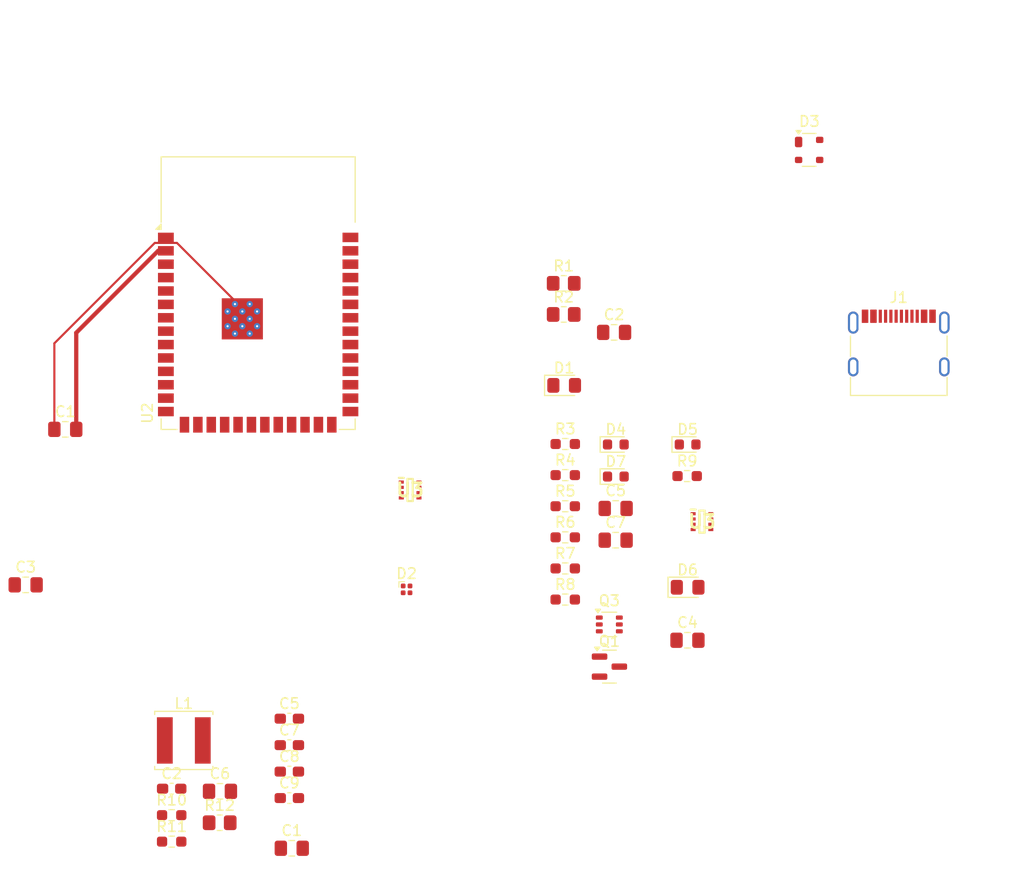
<source format=kicad_pcb>
(kicad_pcb (version 20240108) (generator "pcbnew") (generator_version "8.0")
  (layers (0 "F.Cu" mixed) (31 "B.Cu" mixed) (34 "B.Paste" user) (35 "F.Paste" user) (36 "B.SilkS" user "B.Silkscreen") (37 "F.SilkS" user "F.Silkscreen") (38 "B.Mask" user) (39 "F.Mask" user) (44 "Edge.Cuts" user))
  (net 0 "")
  (net 1 "+3V3")
  (net 2 "GND")
  (net 5 "IO0")
  (net 12 "VBUS")
  (net 13 "D+")
  (net 14 "D-")
  (net 15 "CC1")
  (net 16 "CC2")
  (net 17 "SBU2")
  (net 18 "SBU1")
  (net 22 "Net-(U1-VBUS)")
  (net 23 "IO12")
  (net 24 "IO38")
  (net 25 "IO16")
  (net 26 "IO18")
  (net 27 "IO3")
  (net 28 "IO13")
  (net 29 "IO19")
  (net 30 "IO5")
  (net 31 "IO48")
  (net 32 "IO40")
  (net 33 "IO21")
  (net 34 "IO15")
  (net 35 "IO1")
  (net 36 "IO6")
  (net 37 "IO45")
  (net 38 "IO37")
  (net 39 "IO46")
  (net 40 "IO14")
  (net 41 "IO9")
  (net 42 "IO17")
  (net 43 "IO35")
  (net 44 "TXD0")
  (net 45 "IO36")
  (net 46 "IO39")
  (net 47 "RXD0")
  (net 48 "IO41")
  (net 49 "IO2")
  (net 50 "IO8")
  (net 51 "IO47")
  (net 52 "IO7")
  (net 53 "IO10")
  (net 54 "IO11")
  (net 55 "IO4")
  (net 56 "IO42")
  (net 57 "IO20")
  (net 58 "EN")
  (net 59 "Net-(D4-K)")
  (net 60 "Net-(D5-A)")
  (net 63 "Net-(D7-K)")
  (net 64 "Net-(Q3B-B2)")
  (net 65 "Net-(Q3A-B1)")
  (net 66 "~{RTS}")
  (net 67 "~{DTR}")
  (net 68 "~{RST}")
  (net 69 "Net-(U1-TXD)")
  (net 70 "~{RXT}{slash}GPIO.1")
  (net 71 "~{TXT}{slash}GPIO.0")
  (net 80 "VIN")
  (net 81 "LX1")
  (net 82 "LX2")
  (net 83 "Net-(U3-FB)")
  (net 84 "Net-(U3-EN)")
  (footprint "Package_TO_SOT_SMD:SOT-143" (layer "F.Cu") (at 179.5 66)
    (property "Reference" "D3" (at 0.02 -2.7 0) (layer "F.SilkS"))
    (property "Value" "SP0503BAHT")
    (fp_line (start -0.65 1.56) (end 0.65 1.56) (stroke (width 0.12)) (layer "F.SilkS"))
    (fp_line (start 0.65 -1.56) (end -0.62 -1.56) (stroke (width 0.12)) (layer "F.SilkS"))
    (fp_poly (pts (xy -1 -1.51) (xy -1.24 -1.84) (xy -0.76 -1.84) (xy -1 -1.51)) (stroke (width 0.12)) (fill solid) (layer "F.SilkS"))
    (pad "1" smd roundrect (at -1 -0.75) (size 0.7 1) (layers "F.Cu" "F.Paste" "F.Mask") (net 2 "GND"))
    (pad "2" smd roundrect (at -1 0.95) (size 0.7 0.6) (layers "F.Cu" "F.Paste" "F.Mask") (net 12 "VBUS"))
    (pad "3" smd roundrect (at 1 0.95) (size 0.7 0.6) (layers "F.Cu" "F.Paste" "F.Mask") (net 13 "D+"))
    (pad "4" smd roundrect (at 1 -0.95) (size 0.7 0.6) (layers "F.Cu" "F.Paste" "F.Mask") (net 14 "D-"))
  )
  (footprint "Resistor_SMD:R_0603_1608Metric_Pad0.98x0.95mm_HandSolder" (layer "F.Cu") (at 119.05 131.595)
    (property "Reference" "R11" (at 0 -1.43 0) (layer "F.SilkS"))
    (property "Value" "91k 1%")
    (fp_line (start -0.254724 -0.5225) (end 0.254724 -0.5225) (stroke (width 0.12)) (layer "F.SilkS"))
    (fp_line (start -0.254724 0.5225) (end 0.254724 0.5225) (stroke (width 0.12)) (layer "F.SilkS"))
    (pad "1" smd roundrect (at -0.9125 0) (size 0.975 0.95) (layers "F.Cu" "F.Paste" "F.Mask") (net 83 "Net-(U3-FB)"))
    (pad "2" smd roundrect (at 0.9125 0) (size 0.975 0.95) (layers "F.Cu" "F.Paste" "F.Mask") (net 2 "GND"))
  )
  (footprint "Resistor_SMD:R_0603_1608Metric_Pad0.98x0.95mm_HandSolder" (layer "F.Cu") (at 156.3725 102.74)
    (property "Reference" "R6" (at 0 -1.43 0) (layer "F.SilkS"))
    (property "Value" "470")
    (fp_line (start -0.254724 -0.5225) (end 0.254724 -0.5225) (stroke (width 0.12)) (layer "F.SilkS"))
    (fp_line (start -0.254724 0.5225) (end 0.254724 0.5225) (stroke (width 0.12)) (layer "F.SilkS"))
    (pad "1" smd roundrect (at -0.9125 0) (size 0.975 0.95) (layers "F.Cu" "F.Paste" "F.Mask") (net 69 "Net-(U1-TXD)"))
    (pad "2" smd roundrect (at 0.9125 0) (size 0.975 0.95) (layers "F.Cu" "F.Paste" "F.Mask") (net 47 "RXD0"))
  )
  (footprint "Capacitor_SMD:C_0805_2012Metric_Pad1.18x1.45mm_HandSolder" (layer "F.Cu") (at 108.9625 92.5)
    (property "Reference" "C1" (at 0 -1.68 0) (layer "F.SilkS"))
    (property "Value" "100uF")
    (fp_line (start -0.261252 -0.735) (end 0.261252 -0.735) (stroke (width 0.12)) (layer "F.SilkS"))
    (fp_line (start -0.261252 0.735) (end 0.261252 0.735) (stroke (width 0.12)) (layer "F.SilkS"))
    (pad "1" smd roundrect (at -1.0375 0) (size 1.175 1.45) (layers "F.Cu" "F.Paste" "F.Mask") (roundrect_rratio 0.212766) (net 2 "GND"))
    (pad "2" smd roundrect (at 1.0375 0) (size 1.175 1.45) (layers "F.Cu" "F.Paste" "F.Mask") (roundrect_rratio 0.212766) (net 1 "+3V3"))
  )
  (footprint "Capacitor_SMD:C_0603_1608Metric_Pad1.08x0.95mm_HandSolder" (layer "F.Cu") (at 130.21 124.955)
    (property "Reference" "C8" (at 0 -1.43 0) (layer "F.SilkS"))
    (property "Value" "4.7uF")
    (fp_line (start -0.146267 -0.51) (end 0.146267 -0.51) (stroke (width 0.12)) (layer "F.SilkS"))
    (fp_line (start -0.146267 0.51) (end 0.146267 0.51) (stroke (width 0.12)) (layer "F.SilkS"))
    (pad "1" smd roundrect (at -0.8625 0) (size 1.075 0.95) (layers "F.Cu" "F.Paste" "F.Mask") (net 2 "GND"))
    (pad "2" smd roundrect (at 0.8625 0) (size 1.075 0.95) (layers "F.Cu" "F.Paste" "F.Mask") (net 12 "VBUS"))
  )
  (footprint "Inductor_SMD:L_Sunlord_SWPA5012S" (layer "F.Cu") (at 120.2 122)
    (property "Reference" "L1" (at 0 -3.5 0) (layer "F.SilkS"))
    (property "Value" "L")
    (fp_line (start -2.76 -2.76) (end -2.76 -2.46) (stroke (width 0.12)) (layer "F.SilkS"))
    (fp_line (start -2.76 -2.76) (end 2.76 -2.76) (stroke (width 0.12)) (layer "F.SilkS"))
    (fp_line (start -2.76 2.76) (end -2.76 2.46) (stroke (width 0.12)) (layer "F.SilkS"))
    (fp_line (start -2.76 2.76) (end 2.76 2.76) (stroke (width 0.12)) (layer "F.SilkS"))
    (fp_line (start 2.76 -2.76) (end 2.76 -2.46) (stroke (width 0.12)) (layer "F.SilkS"))
    (fp_line (start 2.76 2.76) (end 2.76 2.46) (stroke (width 0.12)) (layer "F.SilkS"))
    (pad "1" smd rect (at -1.8 0) (size 1.5 4.4) (layers "F.Cu" "F.Paste" "F.Mask") (net 82 "LX2"))
    (pad "2" smd rect (at 1.8 0) (size 1.5 4.4) (layers "F.Cu" "F.Paste" "F.Mask") (net 81 "LX1"))
  )
  (footprint "Capacitor_SMD:C_0805_2012Metric_Pad1.18x1.45mm_HandSolder" (layer "F.Cu") (at 161.1525 103.01)
    (property "Reference" "C7" (at 0 -1.68 0) (layer "F.SilkS"))
    (property "Value" "100nF")
    (fp_line (start -0.261252 -0.735) (end 0.261252 -0.735) (stroke (width 0.12)) (layer "F.SilkS"))
    (fp_line (start -0.261252 0.735) (end 0.261252 0.735) (stroke (width 0.12)) (layer "F.SilkS"))
    (pad "1" smd roundrect (at -1.0375 0) (size 1.175 1.45) (layers "F.Cu" "F.Paste" "F.Mask") (roundrect_rratio 0.212766) (net 2 "GND"))
    (pad "2" smd roundrect (at 1.0375 0) (size 1.175 1.45) (layers "F.Cu" "F.Paste" "F.Mask") (roundrect_rratio 0.212766) (net 1 "+3V3"))
  )
  (footprint "Resistor_SMD:R_0603_1608Metric_Pad0.98x0.95mm_HandSolder" (layer "F.Cu") (at 156.3725 108.64)
    (property "Reference" "R8" (at 0 -1.43 0) (layer "F.SilkS"))
    (property "Value" "1k")
    (fp_line (start -0.254724 -0.5225) (end 0.254724 -0.5225) (stroke (width 0.12)) (layer "F.SilkS"))
    (fp_line (start -0.254724 0.5225) (end 0.254724 0.5225) (stroke (width 0.12)) (layer "F.SilkS"))
    (pad "1" smd roundrect (at -0.9125 0) (size 0.975 0.95) (layers "F.Cu" "F.Paste" "F.Mask") (net 63 "Net-(D7-K)"))
    (pad "2" smd roundrect (at 0.9125 0) (size 0.975 0.95) (layers "F.Cu" "F.Paste" "F.Mask") (net 71 "~{TXT}{slash}GPIO.0"))
  )
  (footprint "Package_TO_SOT_SMD:SOT-23" (layer "F.Cu") (at 160.5625 115)
    (property "Reference" "Q1" (at 0 -2.4 0) (layer "F.SilkS"))
    (property "Value" "MMBT2222A")
    (fp_line (start 0 -1.56) (end -0.65 -1.56) (stroke (width 0.12)) (layer "F.SilkS"))
    (fp_line (start 0 -1.56) (end 0.65 -1.56) (stroke (width 0.12)) (layer "F.SilkS"))
    (fp_line (start 0 1.56) (end -0.65 1.56) (stroke (width 0.12)) (layer "F.SilkS"))
    (fp_line (start 0 1.56) (end 0.65 1.56) (stroke (width 0.12)) (layer "F.SilkS"))
    (fp_poly (pts (xy -1.1625 -1.51) (xy -1.4025 -1.84) (xy -0.9225 -1.84) (xy -1.1625 -1.51)) (stroke (width 0.12)) (fill solid) (layer "F.SilkS"))
    (pad "1" smd roundrect (at -0.9375 -0.95) (size 1.475 0.6) (layers "F.Cu" "F.Paste" "F.Mask"))
    (pad "2" smd roundrect (at -0.9375 0.95) (size 1.475 0.6) (layers "F.Cu" "F.Paste" "F.Mask"))
    (pad "3" smd roundrect (at 0.9375 0) (size 1.475 0.6) (layers "F.Cu" "F.Paste" "F.Mask"))
  )
  (footprint "LED_SMD:LED_Lumex_SML-LX0303SIUPGUSB" (layer "F.Cu") (at 141.325 107.675)
    (property "Reference" "D2" (at 0 -1.5 0) (layer "F.SilkS"))
    (property "Value" "LED_ARGB")
    (fp_line (start -0.725 -0.725) (end -0.725 -0.2) (stroke (width 0.1)) (layer "F.SilkS"))
    (fp_line (start -0.2 -0.725) (end -0.725 -0.725) (stroke (width 0.1)) (layer "F.SilkS"))
    (pad "1" smd roundrect (at -0.325 -0.325) (size 0.45 0.45) (layers "F.Cu" "F.Paste" "F.Mask"))
    (pad "2" smd roundrect (at 0.325 -0.325) (size 0.45 0.45) (layers "F.Cu" "F.Paste" "F.Mask"))
    (pad "3" smd roundrect (at 0.325 0.325) (size 0.45 0.45) (layers "F.Cu" "F.Paste" "F.Mask"))
    (pad "4" smd roundrect (at -0.325 0.325) (size 0.45 0.45) (layers "F.Cu" "F.Paste" "F.Mask"))
  )
  (footprint "Connector_USB:USB_C_Receptacle_G-Switch_GT-USB-7010ASV" (layer "F.Cu") (at 188 85.5)
    (property "Reference" "J1" (at 0 -5.5 0) (layer "F.SilkS"))
    (property "Value" "USB_C_Receptacle_USB2.0_16P")
    (fp_line (start -4.58 -1.85) (end -4.58 0.07) (stroke (width 0.12)) (layer "F.SilkS"))
    (fp_line (start -4.58 3.785) (end -4.58 2.08) (stroke (width 0.12)) (layer "F.SilkS"))
    (fp_line (start 4.58 0.07) (end 4.58 -1.85) (stroke (width 0.12)) (layer "F.SilkS"))
    (fp_line (start 4.58 2.08) (end 4.58 3.785) (stroke (width 0.12)) (layer "F.SilkS"))
    (fp_line (start 4.58 3.785) (end -4.58 3.785) (stroke (width 0.12)) (layer "F.SilkS"))
    (pad "" np_thru_hole circle (at -2.89 -2.605) (size 0.65 0.65) (drill 0.65) (layers "*.Cu" "*.Mask"))
    (pad "" np_thru_hole circle (at 2.89 -2.605) (size 0.65 0.65) (drill 0.65) (layers "*.Cu" "*.Mask"))
    (pad "A1" smd rect (at -3.2 -3.725) (size 0.6 1.24) (layers "F.Cu" "F.Paste" "F.Mask") (net 2 "GND"))
    (pad "A4" smd rect (at -2.4 -3.725) (size 0.6 1.24) (layers "F.Cu" "F.Paste" "F.Mask") (net 12 "VBUS"))
    (pad "A5" smd rect (at -1.25 -3.725) (size 0.3 1.24) (layers "F.Cu" "F.Paste" "F.Mask") (net 15 "CC1"))
    (pad "A6" smd rect (at -0.25 -3.725) (size 0.3 1.24) (layers "F.Cu" "F.Paste" "F.Mask") (net 13 "D+"))
    (pad "A7" smd rect (at 0.25 -3.725) (size 0.3 1.24) (layers "F.Cu" "F.Paste" "F.Mask") (net 14 "D-"))
    (pad "A8" smd rect (at 1.25 -3.725) (size 0.3 1.24) (layers "F.Cu" "F.Paste" "F.Mask") (net 18 "SBU1"))
    (pad "A9" smd rect (at 2.4 -3.725) (size 0.6 1.24) (layers "F.Cu" "F.Paste" "F.Mask") (net 12 "VBUS"))
    (pad "A12" smd rect (at 3.2 -3.725) (size 0.6 1.24) (layers "F.Cu" "F.Paste" "F.Mask") (net 2 "GND"))
    (pad "B1" smd rect (at 3.2 -3.725) (size 0.6 1.24) (layers "F.Cu" "F.Paste" "F.Mask") (net 2 "GND"))
    (pad "B4" smd rect (at 2.4 -3.725) (size 0.6 1.24) (layers "F.Cu" "F.Paste" "F.Mask") (net 12 "VBUS"))
    (pad "B5" smd rect (at 1.75 -3.725) (size 0.3 1.24) (layers "F.Cu" "F.Paste" "F.Mask") (net 16 "CC2"))
    (pad "B6" smd rect (at 0.75 -3.725) (size 0.3 1.24) (layers "F.Cu" "F.Paste" "F.Mask") (net 13 "D+"))
    (pad "B7" smd rect (at -0.75 -3.725) (size 0.3 1.24) (layers "F.Cu" "F.Paste" "F.Mask") (net 14 "D-"))
    (pad "B8" smd rect (at -1.75 -3.725) (size 0.3 1.24) (layers "F.Cu" "F.Paste" "F.Mask") (net 17 "SBU2"))
    (pad "B9" smd rect (at -2.4 -3.725) (size 0.6 1.24) (layers "F.Cu" "F.Paste" "F.Mask") (net 12 "VBUS"))
    (pad "B12" smd rect (at -3.2 -3.725) (size 0.6 1.24) (layers "F.Cu" "F.Paste" "F.Mask") (net 2 "GND"))
    (pad "S1" thru_hole oval (at -4.32 -3.125) (size 1 2.1) (drill oval 0.6 1.7) (layers "*.Cu" "*.Mask") (net 2 "GND"))
    (pad "S1" thru_hole oval (at -4.32 1.075) (size 1 1.8) (drill oval 0.6 1.4) (layers "*.Cu" "*.Mask") (net 2 "GND"))
    (pad "S1" thru_hole oval (at 4.32 -3.125) (size 1 2.1) (drill oval 0.6 1.7) (layers "*.Cu" "*.Mask") (net 2 "GND"))
    (pad "S1" thru_hole oval (at 4.32 1.075) (size 1 1.8) (drill oval 0.6 1.4) (layers "*.Cu" "*.Mask") (net 2 "GND"))
  )
  (footprint "Capacitor_SMD:C_0805_2012Metric_Pad1.18x1.45mm_HandSolder" (layer "F.Cu") (at 105.205 107.245)
    (property "Reference" "C3" (at 0 -1.68 0) (layer "F.SilkS"))
    (property "Value" "100uF")
    (fp_line (start -0.261252 -0.735) (end 0.261252 -0.735) (stroke (width 0.12)) (layer "F.SilkS"))
    (fp_line (start -0.261252 0.735) (end 0.261252 0.735) (stroke (width 0.12)) (layer "F.SilkS"))
    (pad "1" smd roundrect (at -1.0375 0) (size 1.175 1.45) (layers "F.Cu" "F.Paste" "F.Mask") (roundrect_rratio 0.212766) (net 5 "IO0"))
    (pad "2" smd roundrect (at 1.0375 0) (size 1.175 1.45) (layers "F.Cu" "F.Paste" "F.Mask") (roundrect_rratio 0.212766) (net 2 "GND"))
  )
  (footprint "LED_SMD:LED_0603_1608Metric" (layer "F.Cu") (at 161.1675 96.975)
    (property "Reference" "D7" (at 0 -1.43 0) (layer "F.SilkS"))
    (property "Value" "GREEN LED (TX)")
    (fp_line (start -1.485 -0.735) (end -1.485 0.735) (stroke (width 0.12)) (layer "F.SilkS"))
    (fp_line (start -1.485 0.735) (end 0.8 0.735) (stroke (width 0.12)) (layer "F.SilkS"))
    (fp_line (start 0.8 -0.735) (end -1.485 -0.735) (stroke (width 0.12)) (layer "F.SilkS"))
    (pad "1" smd roundrect (at -0.7875 0) (size 0.875 0.95) (layers "F.Cu" "F.Paste" "F.Mask") (net 63 "Net-(D7-K)"))
    (pad "2" smd roundrect (at 0.7875 0) (size 0.875 0.95) (layers "F.Cu" "F.Paste" "F.Mask") (net 1 "+3V3"))
  )
  (footprint "Resistor_SMD:R_0805_2012Metric_Pad1.20x1.40mm_HandSolder" (layer "F.Cu") (at 156.225 78.655)
    (property "Reference" "R1" (at 0 -1.65 0) (layer "F.SilkS"))
    (property "Value" "22.1k")
    (fp_line (start -0.227064 -0.735) (end 0.227064 -0.735) (stroke (width 0.12)) (layer "F.SilkS"))
    (fp_line (start -0.227064 0.735) (end 0.227064 0.735) (stroke (width 0.12)) (layer "F.SilkS"))
    (pad "1" smd roundrect (at -1 0) (size 1.2 1.4) (layers "F.Cu" "F.Paste" "F.Mask") (roundrect_rratio 0.208333) (net 12 "VBUS"))
    (pad "2" smd roundrect (at 1 0) (size 1.2 1.4) (layers "F.Cu" "F.Paste" "F.Mask") (roundrect_rratio 0.208333) (net 22 "Net-(U1-VBUS)"))
  )
  (footprint "RF_Module:ESP32-S3-WROOM-1" (layer "F.Cu") (at 127.25 79.56)
    (property "Reference" "U2" (at -10.5 11.4 90) (layer "F.SilkS"))
    (property "Value" "ESP32-S3-WROOM-1")
    (fp_line (start -9.2 -12.9) (end -9.2 -6.7) (stroke (width 0.12)) (layer "F.SilkS"))
    (fp_line (start -9.2 -12.9) (end 9.2 -12.9) (stroke (width 0.12)) (layer "F.SilkS"))
    (fp_line (start -9.2 11.95) (end -9.2 12.95) (stroke (width 0.12)) (layer "F.SilkS"))
    (fp_line (start -9.2 12.95) (end -7.7 12.95) (stroke (width 0.12)) (layer "F.SilkS"))
    (fp_line (start 9.2 -12.9) (end 9.2 -6.7) (stroke (width 0.12)) (layer "F.SilkS"))
    (fp_line (start 9.2 12.95) (end 7.7 12.95) (stroke (width 0.12)) (layer "F.SilkS"))
    (fp_line (start 9.2 12.95) (end 9.2 11.95) (stroke (width 0.12)) (layer "F.SilkS"))
    (fp_poly (pts (xy -9.2 -6.025) (xy -9.7 -6.025) (xy -9.2 -6.525) (xy -9.2 -6.025)) (stroke (width 0.12)) (fill solid) (layer "F.SilkS"))
    (pad "1" smd rect (at -8.75 -5.26) (size 1.5 0.9) (layers "F.Cu" "F.Paste" "F.Mask") (net 2 "GND"))
    (pad "2" smd rect (at -8.75 -3.99) (size 1.5 0.9) (layers "F.Cu" "F.Paste" "F.Mask") (net 1 "+3V3"))
    (pad "3" smd rect (at -8.75 -2.72) (size 1.5 0.9) (layers "F.Cu" "F.Paste" "F.Mask") (net 58 "EN"))
    (pad "4" smd rect (at -8.75 -1.45) (size 1.5 0.9) (layers "F.Cu" "F.Paste" "F.Mask") (net 55 "IO4"))
    (pad "5" smd rect (at -8.75 -0.18) (size 1.5 0.9) (layers "F.Cu" "F.Paste" "F.Mask") (net 30 "IO5"))
    (pad "6" smd rect (at -8.75 1.09) (size 1.5 0.9) (layers "F.Cu" "F.Paste" "F.Mask") (net 36 "IO6"))
    (pad "7" smd rect (at -8.75 2.36) (size 1.5 0.9) (layers "F.Cu" "F.Paste" "F.Mask") (net 52 "IO7"))
    (pad "8" smd rect (at -8.75 3.63) (size 1.5 0.9) (layers "F.Cu" "F.Paste" "F.Mask") (net 34 "IO15"))
    (pad "9" smd rect (at -8.75 4.9) (size 1.5 0.9) (layers "F.Cu" "F.Paste" "F.Mask") (net 25 "IO16"))
    (pad "10" smd rect (at -8.75 6.17) (size 1.5 0.9) (layers "F.Cu" "F.Paste" "F.Mask") (net 42 "IO17"))
    (pad "11" smd rect (at -8.75 7.44) (size 1.5 0.9) (layers "F.Cu" "F.Paste" "F.Mask") (net 26 "IO18"))
    (pad "12" smd rect (at -8.75 8.71) (size 1.5 0.9) (layers "F.Cu" "F.Paste" "F.Mask") (net 50 "IO8"))
    (pad "13" smd rect (at -8.75 9.98) (size 1.5 0.9) (layers "F.Cu" "F.Paste" "F.Mask") (net 29 "IO19"))
    (pad "14" smd rect (at -8.75 11.25 180) (size 1.5 0.9) (layers "F.Cu" "F.Paste" "F.Mask") (net 57 "IO20"))
    (pad "15" smd rect (at -6.985 12.5 270) (size 1.5 0.9) (layers "F.Cu" "F.Paste" "F.Mask") (net 27 "IO3"))
    (pad "16" smd rect (at -5.715 12.5 270) (size 1.5 0.9) (layers "F.Cu" "F.Paste" "F.Mask") (net 39 "IO46"))
    (pad "17" smd rect (at -4.445 12.5 270) (size 1.5 0.9) (layers "F.Cu" "F.Paste" "F.Mask") (net 41 "IO9"))
    (pad "18" smd rect (at -3.175 12.5 270) (size 1.5 0.9) (layers "F.Cu" "F.Paste" "F.Mask") (net 53 "IO10"))
    (pad "19" smd rect (at -1.905 12.5 270) (size 1.5 0.9) (layers "F.Cu" "F.Paste" "F.Mask") (net 54 "IO11"))
    (pad "20" smd rect (at -0.635 12.5 270) (size 1.5 0.9) (layers "F.Cu" "F.Paste" "F.Mask") (net 23 "IO12"))
    (pad "21" smd rect (at 0.635 12.5 270) (size 1.5 0.9) (layers "F.Cu" "F.Paste" "F.Mask") (net 28 "IO13"))
    (pad "22" smd rect (at 1.905 12.5 270) (size 1.5 0.9) (layers "F.Cu" "F.Paste" "F.Mask") (net 40 "IO14"))
    (pad "23" smd rect (at 3.175 12.5 270) (size 1.5 0.9) (layers "F.Cu" "F.Paste" "F.Mask") (net 33 "IO21"))
    (pad "24" smd rect (at 4.445 12.5 270) (size 1.5 0.9) (layers "F.Cu" "F.Paste" "F.Mask") (net 51 "IO47"))
    (pad "25" smd rect (at 5.715 12.5 270) (size 1.5 0.9) (layers "F.Cu" "F.Paste" "F.Mask") (net 31 "IO48"))
    (pad "26" smd rect (at 6.985 12.5 270) (size 1.5 0.9) (layers "F.Cu" "F.Paste" "F.Mask") (net 37 "IO45"))
    (pad "27" smd rect (at 8.75 11.25) (size 1.5 0.9) (layers "F.Cu" "F.Paste" "F.Mask") (net 5 "IO0"))
    (pad "28" smd rect (at 8.75 9.98) (size 1.5 0.9) (layers "F.Cu" "F.Paste" "F.Mask") (net 43 "IO35"))
    (pad "29" smd rect (at 8.75 8.71) (size 1.5 0.9) (layers "F.Cu" "F.Paste" "F.Mask") (net 45 "IO36"))
    (pad "30" smd rect (at 8.75 7.44) (size 1.5 0.9) (layers "F.Cu" "F.Paste" "F.Mask") (net 38 "IO37"))
    (pad "31" smd rect (at 8.75 6.17) (size 1.5 0.9) (layers "F.Cu" "F.Paste" "F.Mask") (net 24 "IO38"))
    (pad "32" smd rect (at 8.75 4.9) (size 1.5 0.9) (layers "F.Cu" "F.Paste" "F.Mask") (net 46 "IO39"))
    (pad "33" smd rect (at 8.75 3.63) (size 1.5 0.9) (layers "F.Cu" "F.Paste" "F.Mask") (net 32 "IO40"))
    (pad "34" smd rect (at 8.75 2.36) (size 1.5 0.9) (layers "F.Cu" "F.Paste" "F.Mask") (net 48 "IO41"))
    (pad "35" smd rect (at 8.75 1.09) (size 1.5 0.9) (layers "F.Cu" "F.Paste" "F.Mask") (net 56 "IO42"))
    (pad "36" smd rect (at 8.75 -0.18) (size 1.5 0.9) (layers "F.Cu" "F.Paste" "F.Mask") (net 47 "RXD0"))
    (pad "37" smd rect (at 8.75 -1.45) (size 1.5 0.9) (layers "F.Cu" "F.Paste" "F.Mask") (net 44 "TXD0"))
    (pad "38" smd rect (at 8.75 -2.72) (size 1.5 0.9) (layers "F.Cu" "F.Paste" "F.Mask") (net 49 "IO2"))
    (pad "39" smd rect (at 8.75 -3.99) (size 1.5 0.9) (layers "F.Cu" "F.Paste" "F.Mask") (net 35 "IO1"))
    (pad "40" smd rect (at 8.75 -5.26) (size 1.5 0.9) (layers "F.Cu" "F.Paste" "F.Mask") (net 2 "GND"))
    (pad "41" thru_hole circle (at -2.9 1.76 90) (size 0.6 0.6) (drill 0.2) (property pad_prop_heatsink) (layers "*.Cu" "F.Mask") (net 2 "GND"))
    (pad "41" thru_hole circle (at -2.9 3.16) (size 0.6 0.6) (drill 0.2) (property pad_prop_heatsink) (layers "*.Cu" "F.Mask") (net 2 "GND"))
    (pad "41" thru_hole circle (at -2.2 1.06) (size 0.6 0.6) (drill 0.2) (property pad_prop_heatsink) (layers "*.Cu" "F.Mask") (net 2 "GND"))
    (pad "41" thru_hole circle (at -2.2 2.46) (size 0.6 0.6) (drill 0.2) (property pad_prop_heatsink) (layers "*.Cu" "F.Mask") (net 2 "GND"))
    (pad "41" thru_hole circle (at -2.2 3.86) (size 0.6 0.6) (drill 0.2) (property pad_prop_heatsink) (layers "*.Cu" "F.Mask") (net 2 "GND"))
    (pad "41" thru_hole circle (at -1.5 1.76) (size 0.6 0.6) (drill 0.2) (property pad_prop_heatsink) (layers "*.Cu" "F.Mask") (net 2 "GND"))
    (pad "41" smd rect (at -1.5 2.46 270) (size 3.9 3.9) (layers "F.Cu" "F.Mask") (net 2 "GND"))
    (pad "41" thru_hole circle (at -1.5 3.16) (size 0.6 0.6) (drill 0.2) (property pad_prop_heatsink) (layers "*.Cu" "F.Mask") (net 2 "GND"))
    (pad "41" thru_hole circle (at -0.8 1.06) (size 0.6 0.6) (drill 0.2) (property pad_prop_heatsink) (layers "*.Cu" "F.Mask") (net 2 "GND"))
    (pad "41" thru_hole circle (at -0.8 2.46) (size 0.6 0.6) (drill 0.2) (property pad_prop_heatsink) (layers "*.Cu" "F.Mask") (net 2 "GND"))
    (pad "41" thru_hole circle (at -0.8 3.86) (size 0.6 0.6) (drill 0.2) (property pad_prop_heatsink) (layers "*.Cu" "F.Mask") (net 2 "GND"))
    (pad "41" thru_hole circle (at -0.1 1.76) (size 0.6 0.6) (drill 0.2) (property pad_prop_heatsink) (layers "*.Cu" "F.Mask") (net 2 "GND"))
    (pad "41" thru_hole circle (at -0.1 3.16) (size 0.6 0.6) (drill 0.2) (property pad_prop_heatsink) (layers "*.Cu" "F.Mask") (net 2 "GND"))
  )
  (footprint "Capacitor_SMD:C_0603_1608Metric_Pad1.08x0.95mm_HandSolder" (layer "F.Cu") (at 130.21 122.445)
    (property "Reference" "C7" (at 0 -1.43 0) (layer "F.SilkS"))
    (property "Value" "100nF")
    (fp_line (start -0.146267 -0.51) (end 0.146267 -0.51) (stroke (width 0.12)) (layer "F.SilkS"))
    (fp_line (start -0.146267 0.51) (end 0.146267 0.51) (stroke (width 0.12)) (layer "F.SilkS"))
    (pad "1" smd roundrect (at -0.8625 0) (size 1.075 0.95) (layers "F.Cu" "F.Paste" "F.Mask") (net 2 "GND"))
    (pad "2" smd roundrect (at 0.8625 0) (size 1.075 0.95) (layers "F.Cu" "F.Paste" "F.Mask") (net 1 "+3V3"))
  )
  (footprint "Capacitor_SMD:C_0805_2012Metric_Pad1.18x1.45mm_HandSolder" (layer "F.Cu") (at 161.1525 100)
    (property "Reference" "C5" (at 0 -1.68 0) (layer "F.SilkS"))
    (property "Value" "100nF")
    (fp_line (start -0.261252 -0.735) (end 0.261252 -0.735) (stroke (width 0.12)) (layer "F.SilkS"))
    (fp_line (start -0.261252 0.735) (end 0.261252 0.735) (stroke (width 0.12)) (layer "F.SilkS"))
    (pad "1" smd roundrect (at -1.0375 0) (size 1.175 1.45) (layers "F.Cu" "F.Paste" "F.Mask") (roundrect_rratio 0.212766) (net 2 "GND"))
    (pad "2" smd roundrect (at 1.0375 0) (size 1.175 1.45) (layers "F.Cu" "F.Paste" "F.Mask") (roundrect_rratio 0.212766) (net 12 "VBUS"))
  )
  (footprint "Resistor_SMD:R_0603_1608Metric_Pad0.98x0.95mm_HandSolder" (layer "F.Cu") (at 156.3725 105.69)
    (property "Reference" "R7" (at 0 -1.43 0) (layer "F.SilkS"))
    (property "Value" "1k")
    (fp_line (start -0.254724 -0.5225) (end 0.254724 -0.5225) (stroke (width 0.12)) (layer "F.SilkS"))
    (fp_line (start -0.254724 0.5225) (end 0.254724 0.5225) (stroke (width 0.12)) (layer "F.SilkS"))
    (pad "1" smd roundrect (at -0.9125 0) (size 0.975 0.95) (layers "F.Cu" "F.Paste" "F.Mask") (net 59 "Net-(D4-K)"))
    (pad "2" smd roundrect (at 0.9125 0) (size 0.975 0.95) (layers "F.Cu" "F.Paste" "F.Mask") (net 70 "~{RXT}{slash}GPIO.1"))
  )
  (footprint "LED_SMD:LED_0603_1608Metric" (layer "F.Cu") (at 161.1675 93.935)
    (property "Reference" "D4" (at 0 -1.43 0) (layer "F.SilkS"))
    (property "Value" "RED LED (RX)")
    (fp_line (start -1.485 -0.735) (end -1.485 0.735) (stroke (width 0.12)) (layer "F.SilkS"))
    (fp_line (start -1.485 0.735) (end 0.8 0.735) (stroke (width 0.12)) (layer "F.SilkS"))
    (fp_line (start 0.8 -0.735) (end -1.485 -0.735) (stroke (width 0.12)) (layer "F.SilkS"))
    (pad "1" smd roundrect (at -0.7875 0) (size 0.875 0.95) (layers "F.Cu" "F.Paste" "F.Mask") (net 59 "Net-(D4-K)"))
    (pad "2" smd roundrect (at 0.7875 0) (size 0.875 0.95) (layers "F.Cu" "F.Paste" "F.Mask") (net 1 "+3V3"))
  )
  (footprint "Capacitor_SMD:C_0805_2012Metric_Pad1.18x1.45mm_HandSolder" (layer "F.Cu") (at 123.63 126.825)
    (property "Reference" "C6" (at 0 -1.68 0) (layer "F.SilkS"))
    (property "Value" "47uF")
    (fp_line (start -0.261252 -0.735) (end 0.261252 -0.735) (stroke (width 0.12)) (layer "F.SilkS"))
    (fp_line (start -0.261252 0.735) (end 0.261252 0.735) (stroke (width 0.12)) (layer "F.SilkS"))
    (pad "1" smd roundrect (at -1.0375 0) (size 1.175 1.45) (layers "F.Cu" "F.Paste" "F.Mask") (roundrect_rratio 0.212766) (net 2 "GND"))
    (pad "2" smd roundrect (at 1.0375 0) (size 1.175 1.45) (layers "F.Cu" "F.Paste" "F.Mask") (roundrect_rratio 0.212766) (net 1 "+3V3"))
  )
  (footprint "Package_TO_SOT_SMD:SOT-363_SC-70-6" (layer "F.Cu") (at 160.55 111)
    (property "Reference" "Q3" (at 0 -2.25 0) (layer "F.SilkS"))
    (property "Value" "BC846BDW1")
    (fp_line (start -0.71 -1.16) (end 0.7 -1.16) (stroke (width 0.12)) (layer "F.SilkS"))
    (fp_line (start -0.7 1.16) (end 0.7 1.16) (stroke (width 0.12)) (layer "F.SilkS"))
    (fp_poly (pts (xy -1.08 -1.11) (xy -1.32 -1.44) (xy -0.84 -1.44) (xy -1.08 -1.11)) (stroke (width 0.12)) (fill solid) (layer "F.SilkS"))
    (pad "1" smd roundrect (at -0.95 -0.65) (size 0.65 0.4) (layers "F.Cu" "F.Paste" "F.Mask") (net 67 "~{DTR}"))
    (pad "2" smd roundrect (at -0.95 0) (size 0.65 0.4) (layers "F.Cu" "F.Paste" "F.Mask") (net 65 "Net-(Q3A-B1)"))
    (pad "3" smd roundrect (at -0.95 0.65) (size 0.65 0.4) (layers "F.Cu" "F.Paste" "F.Mask") (net 58 "EN"))
    (pad "4" smd roundrect (at 0.95 0.65) (size 0.65 0.4) (layers "F.Cu" "F.Paste" "F.Mask") (net 66 "~{RTS}"))
    (pad "5" smd roundrect (at 0.95 0) (size 0.65 0.4) (layers "F.Cu" "F.Paste" "F.Mask") (net 64 "Net-(Q3B-B2)"))
    (pad "6" smd roundrect (at 0.95 -0.65) (size 0.65 0.4) (layers "F.Cu" "F.Paste" "F.Mask") (net 5 "IO0"))
  )
  (footprint "Resistor_SMD:R_0603_1608Metric_Pad0.98x0.95mm_HandSolder" (layer "F.Cu") (at 156.3725 93.89)
    (property "Reference" "R3" (at 0 -1.43 0) (layer "F.SilkS"))
    (property "Value" "10K")
    (fp_line (start -0.254724 -0.5225) (end 0.254724 -0.5225) (stroke (width 0.12)) (layer "F.SilkS"))
    (fp_line (start -0.254724 0.5225) (end 0.254724 0.5225) (stroke (width 0.12)) (layer "F.SilkS"))
    (pad "1" smd roundrect (at -0.9125 0) (size 0.975 0.95) (layers "F.Cu" "F.Paste" "F.Mask") (net 65 "Net-(Q3A-B1)"))
    (pad "2" smd roundrect (at 0.9125 0) (size 0.975 0.95) (layers "F.Cu" "F.Paste" "F.Mask") (net 66 "~{RTS}"))
  )
  (footprint "SamacSys_Parts:SOTFL50P160X60-8N" (layer "F.Cu") (at 141.662 98.25)
    (property "Reference" "U3" (at 0 0 0) (layer "F.SilkS") (effects (font (size 1.27 1.27) (thickness 0.254))))
    (property "Value" "TPS631000DRLR" (hide yes))
    (fp_line (start -1.075 -1.15) (end -0.6 -1.15) (stroke (width 0.2)) (layer "F.SilkS"))
    (fp_line (start -0.25 -1.05) (end 0.25 -1.05) (stroke (width 0.2)) (layer "F.SilkS"))
    (fp_line (start -0.25 1.05) (end -0.25 -1.05) (stroke (width 0.2)) (layer "F.SilkS"))
    (fp_line (start 0.25 -1.05) (end 0.25 1.05) (stroke (width 0.2)) (layer "F.SilkS"))
    (fp_line (start 0.25 1.05) (end -0.25 1.05) (stroke (width 0.2)) (layer "F.SilkS"))
    (pad "1" smd rect (at -0.838 -0.75 90) (size 0.3 0.475) (layers "F.Cu" "F.Paste" "F.Mask") (net 1 "+3V3"))
    (pad "2" smd rect (at -0.838 -0.25 90) (size 0.3 0.475) (layers "F.Cu" "F.Paste" "F.Mask") (net 82 "LX2"))
    (pad "3" smd rect (at -0.838 0.25 90) (size 0.3 0.475) (layers "F.Cu" "F.Paste" "F.Mask") (net 81 "LX1"))
    (pad "4" smd rect (at -0.838 0.75 90) (size 0.3 0.475) (layers "F.Cu" "F.Paste" "F.Mask") (net 80 "VIN"))
    (pad "5" smd rect (at 0.838 0.75 90) (size 0.3 0.475) (layers "F.Cu" "F.Paste" "F.Mask") (net 84 "Net-(U3-EN)"))
    (pad "6" smd rect (at 0.838 0.25 90) (size 0.3 0.475) (layers "F.Cu" "F.Paste" "F.Mask") (net 84 "Net-(U3-EN)"))
    (pad "7" smd rect (at 0.838 -0.25 90) (size 0.3 0.475) (layers "F.Cu" "F.Paste" "F.Mask") (net 2 "GND"))
    (pad "8" smd rect (at 0.838 -0.75 90) (size 0.3 0.475) (layers "F.Cu" "F.Paste" "F.Mask") (net 83 "Net-(U3-FB)"))
  )
  (footprint "LED_SMD:LED_0805_2012Metric_Pad1.15x1.40mm_HandSolder" (layer "F.Cu") (at 156.27 88.33)
    (property "Reference" "D1" (at 0 -1.65 0) (layer "F.SilkS"))
    (property "Value" "LED")
    (fp_line (start -1.86 -0.96) (end -1.86 0.96) (stroke (width 0.12)) (layer "F.SilkS"))
    (fp_line (start -1.86 0.96) (end 1 0.96) (stroke (width 0.12)) (layer "F.SilkS"))
    (fp_line (start 1 -0.96) (end -1.86 -0.96) (stroke (width 0.12)) (layer "F.SilkS"))
    (pad "1" smd roundrect (at -1.025 0) (size 1.15 1.4) (layers "F.Cu" "F.Paste" "F.Mask") (roundrect_rratio 0.217391))
    (pad "2" smd roundrect (at 1.025 0) (size 1.15 1.4) (layers "F.Cu" "F.Paste" "F.Mask") (roundrect_rratio 0.217391))
  )
  (footprint "Resistor_SMD:R_0603_1608Metric_Pad0.98x0.95mm_HandSolder" (layer "F.Cu") (at 156.3725 96.84)
    (property "Reference" "R4" (at 0 -1.43 0) (layer "F.SilkS"))
    (property "Value" "10K")
    (fp_line (start -0.254724 -0.5225) (end 0.254724 -0.5225) (stroke (width 0.12)) (layer "F.SilkS"))
    (fp_line (start -0.254724 0.5225) (end 0.254724 0.5225) (stroke (width 0.12)) (layer "F.SilkS"))
    (pad "1" smd roundrect (at -0.9125 0) (size 0.975 0.95) (layers "F.Cu" "F.Paste" "F.Mask") (net 64 "Net-(Q3B-B2)"))
    (pad "2" smd roundrect (at 0.9125 0) (size 0.975 0.95) (layers "F.Cu" "F.Paste" "F.Mask") (net 67 "~{DTR}"))
  )
  (footprint "Capacitor_SMD:C_0805_2012Metric_Pad1.18x1.45mm_HandSolder" (layer "F.Cu") (at 161.005 83.305)
    (property "Reference" "C2" (at 0 -1.68 0) (layer "F.SilkS"))
    (property "Value" "100uF")
    (fp_line (start -0.261252 -0.735) (end 0.261252 -0.735) (stroke (width 0.12)) (layer "F.SilkS"))
    (fp_line (start -0.261252 0.735) (end 0.261252 0.735) (stroke (width 0.12)) (layer "F.SilkS"))
    (pad "1" smd roundrect (at -1.0375 0) (size 1.175 1.45) (layers "F.Cu" "F.Paste" "F.Mask") (roundrect_rratio 0.212766))
    (pad "2" smd roundrect (at 1.0375 0) (size 1.175 1.45) (layers "F.Cu" "F.Paste" "F.Mask") (roundrect_rratio 0.212766))
  )
  (footprint "LED_SMD:LED_0805_2012Metric_Pad1.15x1.40mm_HandSolder" (layer "F.Cu") (at 167.9775 107.475)
    (property "Reference" "D6" (at 0 -1.65 0) (layer "F.SilkS"))
    (property "Value" "LED")
    (fp_line (start -1.86 -0.96) (end -1.86 0.96) (stroke (width 0.12)) (layer "F.SilkS"))
    (fp_line (start -1.86 0.96) (end 1 0.96) (stroke (width 0.12)) (layer "F.SilkS"))
    (fp_line (start 1 -0.96) (end -1.86 -0.96) (stroke (width 0.12)) (layer "F.SilkS"))
    (pad "1" smd roundrect (at -1.025 0) (size 1.15 1.4) (layers "F.Cu" "F.Paste" "F.Mask") (roundrect_rratio 0.217391))
    (pad "2" smd roundrect (at 1.025 0) (size 1.15 1.4) (layers "F.Cu" "F.Paste" "F.Mask") (roundrect_rratio 0.217391))
  )
  (footprint "Resistor_SMD:R_0603_1608Metric_Pad0.98x0.95mm_HandSolder" (layer "F.Cu") (at 156.3725 99.79)
    (property "Reference" "R5" (at 0 -1.43 0) (layer "F.SilkS"))
    (property "Value" "1k")
    (fp_line (start -0.254724 -0.5225) (end 0.254724 -0.5225) (stroke (width 0.12)) (layer "F.SilkS"))
    (fp_line (start -0.254724 0.5225) (end 0.254724 0.5225) (stroke (width 0.12)) (layer "F.SilkS"))
    (pad "1" smd roundrect (at -0.9125 0) (size 0.975 0.95) (layers "F.Cu" "F.Paste" "F.Mask") (net 1 "+3V3"))
    (pad "2" smd roundrect (at 0.9125 0) (size 0.975 0.95) (layers "F.Cu" "F.Paste" "F.Mask") (net 68 "~{RST}"))
  )
  (footprint "Capacitor_SMD:C_0603_1608Metric_Pad1.08x0.95mm_HandSolder" (layer "F.Cu") (at 119.05 126.575)
    (property "Reference" "C2" (at 0 -1.43 0) (layer "F.SilkS"))
    (property "Value" "22uF")
    (fp_line (start -0.146267 -0.51) (end 0.146267 -0.51) (stroke (width 0.12)) (layer "F.SilkS"))
    (fp_line (start -0.146267 0.51) (end 0.146267 0.51) (stroke (width 0.12)) (layer "F.SilkS"))
    (pad "1" smd roundrect (at -0.8625 0) (size 1.075 0.95) (layers "F.Cu" "F.Paste" "F.Mask") (net 2 "GND"))
    (pad "2" smd roundrect (at 0.8625 0) (size 1.075 0.95) (layers "F.Cu" "F.Paste" "F.Mask") (net 80 "VIN"))
  )
  (footprint "Resistor_SMD:R_0603_1608Metric_Pad0.98x0.95mm_HandSolder" (layer "F.Cu") (at 119.05 129.085)
    (property "Reference" "R10" (at 0 -1.43 0) (layer "F.SilkS"))
    (property "Value" "511k 1%")
    (fp_line (start -0.254724 -0.5225) (end 0.254724 -0.5225) (stroke (width 0.12)) (layer "F.SilkS"))
    (fp_line (start -0.254724 0.5225) (end 0.254724 0.5225) (stroke (width 0.12)) (layer "F.SilkS"))
    (pad "1" smd roundrect (at -0.9125 0) (size 0.975 0.95) (layers "F.Cu" "F.Paste" "F.Mask") (net 1 "+3V3"))
    (pad "2" smd roundrect (at 0.9125 0) (size 0.975 0.95) (layers "F.Cu" "F.Paste" "F.Mask") (net 83 "Net-(U3-FB)"))
  )
  (footprint "Capacitor_SMD:C_0805_2012Metric_Pad1.18x1.45mm_HandSolder" (layer "F.Cu") (at 167.9625 112.5)
    (property "Reference" "C4" (at 0 -1.68 0) (layer "F.SilkS"))
    (property "Value" "100uF")
    (fp_line (start -0.261252 -0.735) (end 0.261252 -0.735) (stroke (width 0.12)) (layer "F.SilkS"))
    (fp_line (start -0.261252 0.735) (end 0.261252 0.735) (stroke (width 0.12)) (layer "F.SilkS"))
    (pad "1" smd roundrect (at -1.0375 0) (size 1.175 1.45) (layers "F.Cu" "F.Paste" "F.Mask") (roundrect_rratio 0.212766) (net 58 "EN"))
    (pad "2" smd roundrect (at 1.0375 0) (size 1.175 1.45) (layers "F.Cu" "F.Paste" "F.Mask") (roundrect_rratio 0.212766) (net 2 "GND"))
  )
  (footprint "Capacitor_SMD:C_0805_2012Metric_Pad1.18x1.45mm_HandSolder" (layer "F.Cu") (at 130.44 132.225)
    (property "Reference" "C1" (at 0 -1.68 0) (layer "F.SilkS"))
    (property "Value" "1uF")
    (fp_line (start -0.261252 -0.735) (end 0.261252 -0.735) (stroke (width 0.12)) (layer "F.SilkS"))
    (fp_line (start -0.261252 0.735) (end 0.261252 0.735) (stroke (width 0.12)) (layer "F.SilkS"))
    (pad "1" smd roundrect (at -1.0375 0) (size 1.175 1.45) (layers "F.Cu" "F.Paste" "F.Mask") (roundrect_rratio 0.212766) (net 2 "GND"))
    (pad "2" smd roundrect (at 1.0375 0) (size 1.175 1.45) (layers "F.Cu" "F.Paste" "F.Mask") (roundrect_rratio 0.212766) (net 1 "+3V3"))
  )
  (footprint "Resistor_SMD:R_0805_2012Metric_Pad1.20x1.40mm_HandSolder" (layer "F.Cu") (at 123.6 129.805)
    (property "Reference" "R12" (at 0 -1.65 0) (layer "F.SilkS"))
    (property "Value" "10k")
    (fp_line (start -0.227064 -0.735) (end 0.227064 -0.735) (stroke (width 0.12)) (layer "F.SilkS"))
    (fp_line (start -0.227064 0.735) (end 0.227064 0.735) (stroke (width 0.12)) (layer "F.SilkS"))
    (pad "1" smd roundrect (at -1 0) (size 1.2 1.4) (layers "F.Cu" "F.Paste" "F.Mask") (roundrect_rratio 0.208333) (net 84 "Net-(U3-EN)"))
    (pad "2" smd roundrect (at 1 0) (size 1.2 1.4) (layers "F.Cu" "F.Paste" "F.Mask") (roundrect_rratio 0.208333) (net 80 "VIN"))
  )
  (footprint "Resistor_SMD:R_0805_2012Metric_Pad1.20x1.40mm_HandSolder" (layer "F.Cu") (at 156.225 81.605)
    (property "Reference" "R2" (at 0 -1.65 0) (layer "F.SilkS"))
    (property "Value" "47.5k")
    (fp_line (start -0.227064 -0.735) (end 0.227064 -0.735) (stroke (width 0.12)) (layer "F.SilkS"))
    (fp_line (start -0.227064 0.735) (end 0.227064 0.735) (stroke (width 0.12)) (layer "F.SilkS"))
    (pad "1" smd roundrect (at -1 0) (size 1.2 1.4) (layers "F.Cu" "F.Paste" "F.Mask") (roundrect_rratio 0.208333) (net 22 "Net-(U1-VBUS)"))
    (pad "2" smd roundrect (at 1 0) (size 1.2 1.4) (layers "F.Cu" "F.Paste" "F.Mask") (roundrect_rratio 0.208333) (net 2 "GND"))
  )
  (footprint "Capacitor_SMD:C_0603_1608Metric_Pad1.08x0.95mm_HandSolder" (layer "F.Cu") (at 130.21 119.935)
    (property "Reference" "C5" (at 0 -1.43 0) (layer "F.SilkS"))
    (property "Value" "4.7uF")
    (fp_line (start -0.146267 -0.51) (end 0.146267 -0.51) (stroke (width 0.12)) (layer "F.SilkS"))
    (fp_line (start -0.146267 0.51) (end 0.146267 0.51) (stroke (width 0.12)) (layer "F.SilkS"))
    (pad "1" smd roundrect (at -0.8625 0) (size 1.075 0.95) (layers "F.Cu" "F.Paste" "F.Mask") (net 2 "GND"))
    (pad "2" smd roundrect (at 0.8625 0) (size 1.075 0.95) (layers "F.Cu" "F.Paste" "F.Mask") (net 1 "+3V3"))
  )
  (footprint "LED_SMD:LED_0603_1608Metric" (layer "F.Cu") (at 167.9775 93.935)
    (property "Reference" "D5" (at 0 -1.43 0) (layer "F.SilkS"))
    (property "Value" "GREEN LED")
    (fp_line (start -1.485 -0.735) (end -1.485 0.735) (stroke (width 0.12)) (layer "F.SilkS"))
    (fp_line (start -1.485 0.735) (end 0.8 0.735) (stroke (width 0.12)) (layer "F.SilkS"))
    (fp_line (start 0.8 -0.735) (end -1.485 -0.735) (stroke (width 0.12)) (layer "F.SilkS"))
    (pad "1" smd roundrect (at -0.7875 0) (size 0.875 0.95) (layers "F.Cu" "F.Paste" "F.Mask") (net 2 "GND"))
    (pad "2" smd roundrect (at 0.7875 0) (size 0.875 0.95) (layers "F.Cu" "F.Paste" "F.Mask") (net 60 "Net-(D5-A)"))
  )
  (footprint "Capacitor_SMD:C_0603_1608Metric_Pad1.08x0.95mm_HandSolder" (layer "F.Cu") (at 130.21 127.465)
    (property "Reference" "C9" (at 0 -1.43 0) (layer "F.SilkS"))
    (property "Value" "100nF")
    (fp_line (start -0.146267 -0.51) (end 0.146267 -0.51) (stroke (width 0.12)) (layer "F.SilkS"))
    (fp_line (start -0.146267 0.51) (end 0.146267 0.51) (stroke (width 0.12)) (layer "F.SilkS"))
    (pad "1" smd roundrect (at -0.8625 0) (size 1.075 0.95) (layers "F.Cu" "F.Paste" "F.Mask") (net 2 "GND"))
    (pad "2" smd roundrect (at 0.8625 0) (size 1.075 0.95) (layers "F.Cu" "F.Paste" "F.Mask") (net 12 "VBUS"))
  )
  (footprint "Resistor_SMD:R_0603_1608Metric_Pad0.98x0.95mm_HandSolder" (layer "F.Cu") (at 167.9325 96.93)
    (property "Reference" "R9" (at 0 -1.43 0) (layer "F.SilkS"))
    (property "Value" "1k")
    (fp_line (start -0.254724 -0.5225) (end 0.254724 -0.5225) (stroke (width 0.12)) (layer "F.SilkS"))
    (fp_line (start -0.254724 0.5225) (end 0.254724 0.5225) (stroke (width 0.12)) (layer "F.SilkS"))
    (pad "1" smd roundrect (at -0.9125 0) (size 0.975 0.95) (layers "F.Cu" "F.Paste" "F.Mask") (net 12 "VBUS"))
    (pad "2" smd roundrect (at 0.9125 0) (size 0.975 0.95) (layers "F.Cu" "F.Paste" "F.Mask") (net 60 "Net-(D5-A)"))
  )
  (footprint "SacamSys:SOTFL50P160X60-8N" (layer "F.Cu") (at 169.338 101.25)
    (property "Reference" "U3" (at 0 0 0) (layer "F.SilkS") (effects (font (size 1.27 1.27) (thickness 0.254))))
    (property "Value" "TPS631000DRLR" (hide yes))
    (fp_line (start -1.075 -1.15) (end -0.6 -1.15) (stroke (width 0.2)) (layer "F.SilkS"))
    (fp_line (start -0.25 -1.05) (end 0.25 -1.05) (stroke (width 0.2)) (layer "F.SilkS"))
    (fp_line (start -0.25 1.05) (end -0.25 -1.05) (stroke (width 0.2)) (layer "F.SilkS"))
    (fp_line (start 0.25 -1.05) (end 0.25 1.05) (stroke (width 0.2)) (layer "F.SilkS"))
    (fp_line (start 0.25 1.05) (end -0.25 1.05) (stroke (width 0.2)) (layer "F.SilkS"))
    (pad "1" smd rect (at -0.838 -0.75 90) (size 0.3 0.475) (layers "F.Cu" "F.Paste" "F.Mask"))
    (pad "2" smd rect (at -0.838 -0.25 90) (size 0.3 0.475) (layers "F.Cu" "F.Paste" "F.Mask"))
    (pad "3" smd rect (at -0.838 0.25 90) (size 0.3 0.475) (layers "F.Cu" "F.Paste" "F.Mask"))
    (pad "4" smd rect (at -0.838 0.75 90) (size 0.3 0.475) (layers "F.Cu" "F.Paste" "F.Mask"))
    (pad "5" smd rect (at 0.838 0.75 90) (size 0.3 0.475) (layers "F.Cu" "F.Paste" "F.Mask"))
    (pad "6" smd rect (at 0.838 0.25 90) (size 0.3 0.475) (layers "F.Cu" "F.Paste" "F.Mask"))
    (pad "7" smd rect (at 0.838 -0.25 90) (size 0.3 0.475) (layers "F.Cu" "F.Paste" "F.Mask"))
    (pad "8" smd rect (at 0.838 -0.75 90) (size 0.3 0.475) (layers "F.Cu" "F.Paste" "F.Mask"))
  )
  (segment (start 117.77 75.57) (end 118.5 75.57) (width 0.4) (layer "F.Cu") (net 1))
  (segment (start 110 92.5) (end 110 83.34) (width 0.4) (layer "F.Cu") (net 1))
  (segment (start 110 83.34) (end 117.77 75.57) (width 0.4) (layer "F.Cu") (net 1))
  (segment (start 117.97 75.57) (end 118.5 75.57) (width 0.2) (layer "F.Cu") (net 1))
  (segment (start 125.05 80.32) (end 125.05 83.42) (width 0.2) (layer "F.Cu") (net 2))
  (segment (start 107.925 92.5) (end 107.925 84.345) (width 0.2) (layer "F.Cu") (net 2))
  (segment (start 119.55 74.82) (end 125.05 80.32) (width 0.2) (layer "F.Cu") (net 2))
  (segment (start 117.45 74.82) (end 119.55 74.82) (width 0.2) (layer "F.Cu") (net 2))
  (segment (start 107.925 84.345) (end 117.45 74.82) (width 0.2) (layer "F.Cu") (net 2))
)
</source>
